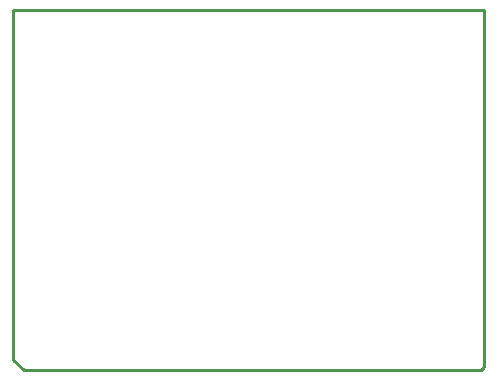
<source format=gm1>
G04*
G04 #@! TF.GenerationSoftware,Altium Limited,Altium Designer,23.9.2 (47)*
G04*
G04 Layer_Color=16711935*
%FSLAX44Y44*%
%MOMM*%
G71*
G04*
G04 #@! TF.SameCoordinates,250A9CB9-7403-4FF4-BB43-A60BEB693519*
G04*
G04*
G04 #@! TF.FilePolarity,Positive*
G04*
G01*
G75*
%ADD15C,0.2540*%
D15*
X10160Y1270D02*
X397510D01*
X1270Y10160D02*
X10160Y1270D01*
X397510D02*
X400050Y3810D01*
Y306070D01*
X374650D02*
X400050D01*
X1270D02*
X3810D01*
X1270Y10160D02*
Y306070D01*
X3810D02*
X374650D01*
M02*

</source>
